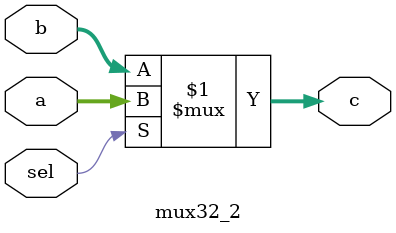
<source format=v>
`timescale 1ns / 1ps
module mux32_2(
	 input [4:0] a,
    input [4:0] b,
    input sel,
    output [4:0] c
    );
	 assign c = (sel)?a:b;
    
   


endmodule

</source>
